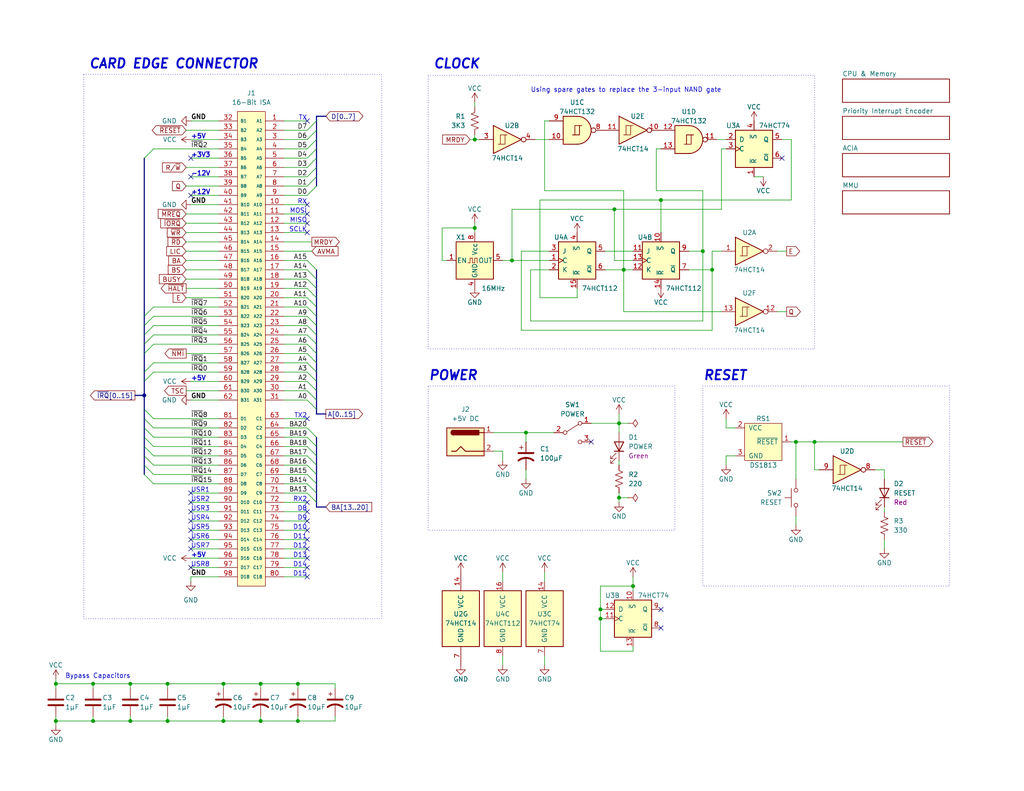
<source format=kicad_sch>
(kicad_sch (version 20231120) (generator "eeschema") (generator_version "8.0")
  (paper "USLetter")
  (title_block (title "Power, Reset, Clock, and ISA Connector") (date "2024-03-17") (rev "1.4") (company "Frédéric Segard") (comment 1 "MicroHobbyist's Retro Homebrew Computers") (comment 2 "microhobbyist.com"))
  (junction (at 35.56 186.69))
  (junction (at 71.12 186.69))
  (junction (at 217.17 120.65))
  (junction (at 170.18 73.66))
  (junction (at 35.56 196.85))
  (junction (at 167.64 57.15))
  (junction (at 81.28 186.69))
  (junction (at 168.91 115.57))
  (junction (at 194.31 73.66))
  (junction (at 39.37 107.95))
  (junction (at 25.4 196.85))
  (junction (at 15.24 196.85))
  (junction (at 168.91 135.89))
  (junction (at 191.77 68.58))
  (junction (at 222.25 120.65))
  (junction (at 81.28 196.85))
  (junction (at 172.72 160.02))
  (junction (at 129.54 62.23))
  (junction (at 143.51 118.11))
  (junction (at 139.7 71.12))
  (junction (at 60.96 186.69))
  (junction (at 180.34 54.61))
  (junction (at 15.24 186.69))
  (junction (at 163.83 168.91))
  (junction (at 45.72 196.85))
  (junction (at 60.96 196.85))
  (junction (at 45.72 186.69))
  (junction (at 71.12 196.85))
  (junction (at 163.83 166.37))
  (junction (at 25.4 186.69))
  (junction (at 129.54 38.1))
  (no_connect (at 83.82 63.5))
  (no_connect (at 83.82 142.24))
  (no_connect (at 52.07 142.24))
  (no_connect (at 52.07 147.32))
  (no_connect (at 52.07 139.7))
  (no_connect (at 52.07 43.18))
  (no_connect (at 52.07 134.62))
  (no_connect (at 83.82 137.16))
  (no_connect (at 83.82 58.42))
  (no_connect (at 83.82 60.96))
  (no_connect (at 83.82 114.3))
  (no_connect (at 83.82 149.86))
  (no_connect (at 52.07 53.34))
  (no_connect (at 180.34 171.45))
  (no_connect (at 52.07 137.16))
  (no_connect (at 83.82 157.48))
  (no_connect (at 83.82 154.94))
  (no_connect (at 52.07 154.94))
  (no_connect (at 83.82 139.7))
  (no_connect (at 52.07 149.86))
  (no_connect (at 83.82 33.02))
  (no_connect (at 83.82 55.88))
  (no_connect (at 83.82 144.78))
  (no_connect (at 161.29 120.65))
  (no_connect (at 52.07 144.78))
  (no_connect (at 180.34 166.37))
  (no_connect (at 83.82 152.4))
  (no_connect (at 52.07 48.26))
  (no_connect (at 213.36 43.18))
  (no_connect (at 83.82 147.32))
  (bus_entry (at 86.36 99.06) (size -2.54 -2.54))
  (bus_entry (at 41.91 119.38) (size -2.54 -2.54))
  (bus_entry (at 86.36 109.22) (size -2.54 -2.54))
  (bus_entry (at 86.36 81.28) (size -2.54 -2.54))
  (bus_entry (at 83.82 129.54) (size 2.54 2.54))
  (bus_entry (at 39.37 86.36) (size 2.54 -2.54))
  (bus_entry (at 39.37 91.44) (size 2.54 -2.54))
  (bus_entry (at 86.36 48.26) (size -2.54 2.54))
  (bus_entry (at 86.36 43.18) (size -2.54 2.54))
  (bus_entry (at 39.37 88.9) (size 2.54 -2.54))
  (bus_entry (at 86.36 86.36) (size -2.54 -2.54))
  (bus_entry (at 41.91 121.92) (size -2.54 -2.54))
  (bus_entry (at 86.36 33.02) (size -2.54 2.54))
  (bus_entry (at 86.36 40.64) (size -2.54 2.54))
  (bus_entry (at 86.36 35.56) (size -2.54 2.54))
  (bus_entry (at 83.82 124.46) (size 2.54 2.54))
  (bus_entry (at 83.82 116.84) (size 2.54 2.54))
  (bus_entry (at 86.36 83.82) (size -2.54 -2.54))
  (bus_entry (at 86.36 50.8) (size -2.54 2.54))
  (bus_entry (at 41.91 114.3) (size -2.54 -2.54))
  (bus_entry (at 39.37 104.14) (size 2.54 -2.54))
  (bus_entry (at 86.36 73.66) (size -2.54 -2.54))
  (bus_entry (at 41.91 116.84) (size -2.54 -2.54))
  (bus_entry (at 39.37 96.52) (size 2.54 -2.54))
  (bus_entry (at 83.82 132.08) (size 2.54 2.54))
  (bus_entry (at 86.36 91.44) (size -2.54 -2.54))
  (bus_entry (at 41.91 132.08) (size -2.54 -2.54))
  (bus_entry (at 86.36 78.74) (size -2.54 -2.54))
  (bus_entry (at 86.36 76.2) (size -2.54 -2.54))
  (bus_entry (at 86.36 104.14) (size -2.54 -2.54))
  (bus_entry (at 39.37 43.18) (size 2.54 -2.54))
  (bus_entry (at 86.36 45.72) (size -2.54 2.54))
  (bus_entry (at 86.36 88.9) (size -2.54 -2.54))
  (bus_entry (at 86.36 111.76) (size -2.54 -2.54))
  (bus_entry (at 83.82 127) (size 2.54 2.54))
  (bus_entry (at 86.36 101.6) (size -2.54 -2.54))
  (bus_entry (at 83.82 119.38) (size 2.54 2.54))
  (bus_entry (at 86.36 106.68) (size -2.54 -2.54))
  (bus_entry (at 83.82 134.62) (size 2.54 2.54))
  (bus_entry (at 86.36 96.52) (size -2.54 -2.54))
  (bus_entry (at 86.36 93.98) (size -2.54 -2.54))
  (bus_entry (at 83.82 121.92) (size 2.54 2.54))
  (bus_entry (at 41.91 129.54) (size -2.54 -2.54))
  (bus_entry (at 86.36 38.1) (size -2.54 2.54))
  (bus_entry (at 39.37 93.98) (size 2.54 -2.54))
  (bus_entry (at 41.91 124.46) (size -2.54 -2.54))
  (bus_entry (at 41.91 127) (size -2.54 -2.54))
  (bus_entry (at 39.37 101.6) (size 2.54 -2.54))
  (wire (pts (xy 81.28 195.58) (xy 81.28 196.85)))
  (wire (pts (xy 60.96 196.85) (xy 71.12 196.85)))
  (wire (pts (xy 77.47 43.18) (xy 83.82 43.18)))
  (wire (pts (xy 137.16 179.07) (xy 137.16 181.61)))
  (wire (pts (xy 41.91 132.08) (xy 59.69 132.08)))
  (wire (pts (xy 212.09 85.09) (xy 214.63 85.09)))
  (wire (pts (xy 41.91 99.06) (xy 59.69 99.06)))
  (wire (pts (xy 52.07 55.88) (xy 59.69 55.88)))
  (bus (pts (xy 36.83 107.95) (xy 39.37 107.95)))
  (wire (pts (xy 142.24 68.58) (xy 142.24 90.17)))
  (wire (pts (xy 161.29 115.57) (xy 168.91 115.57)))
  (bus (pts (xy 39.37 127) (xy 39.37 129.54)))
  (wire (pts (xy 168.91 125.73) (xy 168.91 127)))
  (wire (pts (xy 91.44 186.69) (xy 91.44 187.96)))
  (wire (pts (xy 52.07 157.48) (xy 59.69 157.48)))
  (wire (pts (xy 77.47 101.6) (xy 83.82 101.6)))
  (wire (pts (xy 196.85 40.64) (xy 198.12 40.64)))
  (wire (pts (xy 172.72 177.8) (xy 163.83 177.8)))
  (wire (pts (xy 77.47 38.1) (xy 83.82 38.1)))
  (bus (pts (xy 39.37 93.98) (xy 39.37 96.52)))
  (wire (pts (xy 50.8 50.8) (xy 59.69 50.8)))
  (wire (pts (xy 191.77 68.58) (xy 191.77 87.63)))
  (wire (pts (xy 187.96 68.58) (xy 191.77 68.58)))
  (wire (pts (xy 77.47 55.88) (xy 83.82 55.88)))
  (wire (pts (xy 25.4 186.69) (xy 35.56 186.69)))
  (wire (pts (xy 168.91 115.57) (xy 168.91 118.11)))
  (wire (pts (xy 170.18 73.66) (xy 170.18 52.07)))
  (wire (pts (xy 77.47 86.36) (xy 83.82 86.36)))
  (wire (pts (xy 179.07 40.64) (xy 180.34 40.64)))
  (wire (pts (xy 41.91 86.36) (xy 59.69 86.36)))
  (wire (pts (xy 41.91 124.46) (xy 59.69 124.46)))
  (wire (pts (xy 50.8 81.28) (xy 59.69 81.28)))
  (wire (pts (xy 129.54 60.96) (xy 129.54 62.23)))
  (wire (pts (xy 41.91 127) (xy 59.69 127)))
  (bus (pts (xy 86.36 78.74) (xy 86.36 81.28)))
  (wire (pts (xy 15.24 196.85) (xy 25.4 196.85)))
  (wire (pts (xy 52.07 134.62) (xy 59.69 134.62)))
  (wire (pts (xy 168.91 134.62) (xy 168.91 135.89)))
  (wire (pts (xy 77.47 53.34) (xy 83.82 53.34)))
  (wire (pts (xy 77.47 149.86) (xy 83.82 149.86)))
  (wire (pts (xy 241.3 147.32) (xy 241.3 149.86)))
  (bus (pts (xy 86.36 48.26) (xy 86.36 45.72)))
  (bus (pts (xy 86.36 119.38) (xy 86.36 121.92)))
  (wire (pts (xy 77.47 91.44) (xy 83.82 91.44)))
  (wire (pts (xy 194.31 73.66) (xy 187.96 73.66)))
  (wire (pts (xy 191.77 87.63) (xy 144.78 87.63)))
  (wire (pts (xy 212.09 68.58) (xy 214.63 68.58)))
  (wire (pts (xy 77.47 116.84) (xy 83.82 116.84)))
  (wire (pts (xy 137.16 156.21) (xy 137.16 158.75)))
  (wire (pts (xy 147.32 81.28) (xy 147.32 54.61)))
  (bus (pts (xy 86.36 109.22) (xy 86.36 111.76)))
  (wire (pts (xy 222.25 120.65) (xy 222.25 128.27)))
  (wire (pts (xy 50.8 73.66) (xy 59.69 73.66)))
  (wire (pts (xy 200.66 116.84) (xy 198.12 116.84)))
  (wire (pts (xy 172.72 71.12) (xy 167.64 71.12)))
  (wire (pts (xy 59.69 78.74) (xy 50.8 78.74)))
  (bus (pts (xy 86.36 43.18) (xy 86.36 40.64)))
  (wire (pts (xy 77.47 45.72) (xy 83.82 45.72)))
  (wire (pts (xy 157.48 78.74) (xy 157.48 81.28)))
  (wire (pts (xy 77.47 134.62) (xy 83.82 134.62)))
  (wire (pts (xy 215.9 38.1) (xy 213.36 38.1)))
  (wire (pts (xy 77.47 96.52) (xy 83.82 96.52)))
  (wire (pts (xy 83.82 81.28) (xy 77.47 81.28)))
  (wire (pts (xy 163.83 160.02) (xy 172.72 160.02)))
  (wire (pts (xy 148.59 156.21) (xy 148.59 158.75)))
  (wire (pts (xy 139.7 71.12) (xy 149.86 71.12)))
  (wire (pts (xy 77.47 137.16) (xy 83.82 137.16)))
  (wire (pts (xy 163.83 166.37) (xy 165.1 166.37)))
  (wire (pts (xy 77.47 60.96) (xy 83.82 60.96)))
  (wire (pts (xy 52.07 38.1) (xy 59.69 38.1)))
  (wire (pts (xy 81.28 186.69) (xy 81.28 187.96)))
  (wire (pts (xy 41.91 83.82) (xy 59.69 83.82)))
  (wire (pts (xy 148.59 179.07) (xy 148.59 181.61)))
  (bus (pts (xy 86.36 101.6) (xy 86.36 104.14)))
  (bus (pts (xy 39.37 88.9) (xy 39.37 91.44)))
  (wire (pts (xy 147.32 54.61) (xy 180.34 54.61)))
  (wire (pts (xy 238.76 128.27) (xy 241.3 128.27)))
  (bus (pts (xy 86.36 45.72) (xy 86.36 43.18)))
  (bus (pts (xy 86.36 113.03) (xy 88.9 113.03)))
  (wire (pts (xy 77.47 99.06) (xy 83.82 99.06)))
  (wire (pts (xy 77.47 124.46) (xy 83.82 124.46)))
  (wire (pts (xy 168.91 113.03) (xy 168.91 115.57)))
  (wire (pts (xy 134.62 123.19) (xy 137.16 123.19)))
  (wire (pts (xy 41.91 129.54) (xy 59.69 129.54)))
  (wire (pts (xy 52.07 139.7) (xy 59.69 139.7)))
  (wire (pts (xy 77.47 121.92) (xy 83.82 121.92)))
  (wire (pts (xy 35.56 186.69) (xy 35.56 187.96)))
  (wire (pts (xy 15.24 196.85) (xy 15.24 198.12)))
  (wire (pts (xy 217.17 120.65) (xy 217.17 130.81)))
  (bus (pts (xy 86.36 33.02) (xy 86.36 31.75)))
  (wire (pts (xy 77.47 88.9) (xy 83.82 88.9)))
  (wire (pts (xy 52.07 137.16) (xy 59.69 137.16)))
  (wire (pts (xy 77.47 106.68) (xy 83.82 106.68)))
  (wire (pts (xy 45.72 196.85) (xy 60.96 196.85)))
  (wire (pts (xy 52.07 48.26) (xy 59.69 48.26)))
  (bus (pts (xy 86.36 129.54) (xy 86.36 132.08)))
  (bus (pts (xy 86.36 83.82) (xy 86.36 86.36)))
  (wire (pts (xy 180.34 54.61) (xy 215.9 54.61)))
  (wire (pts (xy 77.47 73.66) (xy 83.82 73.66)))
  (wire (pts (xy 191.77 52.07) (xy 179.07 52.07)))
  (wire (pts (xy 129.54 38.1) (xy 130.81 38.1)))
  (wire (pts (xy 149.86 68.58) (xy 142.24 68.58)))
  (wire (pts (xy 83.82 76.2) (xy 77.47 76.2)))
  (bus (pts (xy 39.37 86.36) (xy 39.37 88.9)))
  (wire (pts (xy 143.51 118.11) (xy 151.13 118.11)))
  (wire (pts (xy 15.24 195.58) (xy 15.24 196.85)))
  (wire (pts (xy 129.54 36.83) (xy 129.54 38.1)))
  (bus (pts (xy 39.37 114.3) (xy 39.37 116.84)))
  (bus (pts (xy 86.36 50.8) (xy 86.36 48.26)))
  (wire (pts (xy 167.64 57.15) (xy 196.85 57.15)))
  (bus (pts (xy 39.37 116.84) (xy 39.37 119.38)))
  (wire (pts (xy 45.72 186.69) (xy 45.72 187.96)))
  (wire (pts (xy 50.8 71.12) (xy 59.69 71.12)))
  (wire (pts (xy 163.83 177.8) (xy 163.83 168.91)))
  (wire (pts (xy 198.12 116.84) (xy 198.12 114.3)))
  (wire (pts (xy 52.07 104.14) (xy 59.69 104.14)))
  (bus (pts (xy 39.37 104.14) (xy 39.37 107.95)))
  (wire (pts (xy 77.47 63.5) (xy 83.82 63.5)))
  (wire (pts (xy 148.59 33.02) (xy 148.59 52.07)))
  (wire (pts (xy 77.47 139.7) (xy 83.82 139.7)))
  (wire (pts (xy 81.28 196.85) (xy 91.44 196.85)))
  (wire (pts (xy 71.12 186.69) (xy 71.12 187.96)))
  (wire (pts (xy 52.07 147.32) (xy 59.69 147.32)))
  (wire (pts (xy 148.59 52.07) (xy 170.18 52.07)))
  (wire (pts (xy 52.07 154.94) (xy 59.69 154.94)))
  (wire (pts (xy 77.47 50.8) (xy 83.82 50.8)))
  (bus (pts (xy 88.9 31.75) (xy 86.36 31.75)))
  (wire (pts (xy 71.12 186.69) (xy 81.28 186.69)))
  (wire (pts (xy 52.07 152.4) (xy 59.69 152.4)))
  (wire (pts (xy 50.8 58.42) (xy 59.69 58.42)))
  (wire (pts (xy 128.27 38.1) (xy 129.54 38.1)))
  (wire (pts (xy 241.3 128.27) (xy 241.3 130.81)))
  (bus (pts (xy 39.37 111.76) (xy 39.37 114.3)))
  (wire (pts (xy 143.51 128.27) (xy 143.51 130.81)))
  (wire (pts (xy 172.72 160.02) (xy 172.72 157.48)))
  (wire (pts (xy 15.24 186.69) (xy 25.4 186.69)))
  (wire (pts (xy 77.47 58.42) (xy 83.82 58.42)))
  (bus (pts (xy 39.37 101.6) (xy 39.37 104.14)))
  (wire (pts (xy 25.4 195.58) (xy 25.4 196.85)))
  (wire (pts (xy 205.74 48.26) (xy 208.28 48.26)))
  (wire (pts (xy 60.96 187.96) (xy 60.96 186.69)))
  (wire (pts (xy 41.91 93.98) (xy 59.69 93.98)))
  (bus (pts (xy 86.36 88.9) (xy 86.36 91.44)))
  (bus (pts (xy 86.36 35.56) (xy 86.36 33.02)))
  (wire (pts (xy 77.47 157.48) (xy 83.82 157.48)))
  (wire (pts (xy 77.47 152.4) (xy 83.82 152.4)))
  (bus (pts (xy 39.37 121.92) (xy 39.37 124.46)))
  (wire (pts (xy 77.47 147.32) (xy 83.82 147.32)))
  (wire (pts (xy 168.91 135.89) (xy 168.91 137.16)))
  (bus (pts (xy 86.36 104.14) (xy 86.36 106.68)))
  (bus (pts (xy 86.36 106.68) (xy 86.36 109.22)))
  (wire (pts (xy 50.8 60.96) (xy 59.69 60.96)))
  (wire (pts (xy 35.56 196.85) (xy 45.72 196.85)))
  (wire (pts (xy 50.8 66.04) (xy 59.69 66.04)))
  (bus (pts (xy 39.37 91.44) (xy 39.37 93.98)))
  (wire (pts (xy 77.47 129.54) (xy 83.82 129.54)))
  (wire (pts (xy 77.47 127) (xy 83.82 127)))
  (bus (pts (xy 86.36 81.28) (xy 86.36 83.82)))
  (wire (pts (xy 25.4 186.69) (xy 25.4 187.96)))
  (wire (pts (xy 142.24 90.17) (xy 194.31 90.17)))
  (wire (pts (xy 41.91 91.44) (xy 59.69 91.44)))
  (wire (pts (xy 52.07 142.24) (xy 59.69 142.24)))
  (wire (pts (xy 50.8 68.58) (xy 59.69 68.58)))
  (wire (pts (xy 217.17 120.65) (xy 215.9 120.65)))
  (wire (pts (xy 139.7 57.15) (xy 167.64 57.15)))
  (wire (pts (xy 77.47 71.12) (xy 83.82 71.12)))
  (wire (pts (xy 25.4 196.85) (xy 35.56 196.85)))
  (wire (pts (xy 194.31 90.17) (xy 194.31 73.66)))
  (wire (pts (xy 91.44 195.58) (xy 91.44 196.85)))
  (wire (pts (xy 172.72 176.53) (xy 172.72 177.8)))
  (wire (pts (xy 52.07 53.34) (xy 59.69 53.34)))
  (wire (pts (xy 167.64 71.12) (xy 167.64 57.15)))
  (wire (pts (xy 35.56 195.58) (xy 35.56 196.85)))
  (bus (pts (xy 88.9 138.43) (xy 86.36 138.43)))
  (wire (pts (xy 41.91 119.38) (xy 59.69 119.38)))
  (wire (pts (xy 170.18 85.09) (xy 170.18 73.66)))
  (wire (pts (xy 77.47 114.3) (xy 83.82 114.3)))
  (bus (pts (xy 86.36 99.06) (xy 86.36 101.6)))
  (bus (pts (xy 86.36 40.64) (xy 86.36 38.1)))
  (wire (pts (xy 194.31 68.58) (xy 196.85 68.58)))
  (wire (pts (xy 165.1 68.58) (xy 172.72 68.58)))
  (wire (pts (xy 217.17 120.65) (xy 222.25 120.65)))
  (wire (pts (xy 77.47 109.22) (xy 83.82 109.22)))
  (wire (pts (xy 196.85 85.09) (xy 170.18 85.09)))
  (wire (pts (xy 52.07 43.18) (xy 59.69 43.18)))
  (bus (pts (xy 86.36 127) (xy 86.36 129.54)))
  (bus (pts (xy 86.36 134.62) (xy 86.36 137.16)))
  (wire (pts (xy 77.47 68.58) (xy 85.09 68.58)))
  (wire (pts (xy 77.47 35.56) (xy 83.82 35.56)))
  (wire (pts (xy 222.25 120.65) (xy 246.38 120.65)))
  (wire (pts (xy 157.48 81.28) (xy 147.32 81.28)))
  (wire (pts (xy 165.1 73.66) (xy 170.18 73.66)))
  (wire (pts (xy 129.54 62.23) (xy 129.54 63.5)))
  (wire (pts (xy 120.65 71.12) (xy 120.65 62.23)))
  (bus (pts (xy 86.36 73.66) (xy 86.36 76.2)))
  (wire (pts (xy 77.47 144.78) (xy 83.82 144.78)))
  (wire (pts (xy 77.47 93.98) (xy 83.82 93.98)))
  (wire (pts (xy 41.91 101.6) (xy 59.69 101.6)))
  (wire (pts (xy 81.28 186.69) (xy 91.44 186.69)))
  (wire (pts (xy 144.78 73.66) (xy 149.86 73.66)))
  (wire (pts (xy 223.52 128.27) (xy 222.25 128.27)))
  (bus (pts (xy 39.37 43.18) (xy 39.37 86.36)))
  (wire (pts (xy 217.17 140.97) (xy 217.17 143.51)))
  (wire (pts (xy 139.7 57.15) (xy 139.7 71.12)))
  (bus (pts (xy 86.36 96.52) (xy 86.36 99.06)))
  (wire (pts (xy 120.65 62.23) (xy 129.54 62.23)))
  (wire (pts (xy 35.56 186.69) (xy 45.72 186.69)))
  (wire (pts (xy 180.34 54.61) (xy 180.34 63.5)))
  (wire (pts (xy 60.96 186.69) (xy 71.12 186.69)))
  (wire (pts (xy 52.07 33.02) (xy 59.69 33.02)))
  (wire (pts (xy 83.82 78.74) (xy 77.47 78.74)))
  (bus (pts (xy 86.36 38.1) (xy 86.36 35.56)))
  (wire (pts (xy 50.8 106.68) (xy 59.69 106.68)))
  (wire (pts (xy 215.9 54.61) (xy 215.9 38.1)))
  (wire (pts (xy 50.8 35.56) (xy 59.69 35.56)))
  (wire (pts (xy 41.91 121.92) (xy 59.69 121.92)))
  (wire (pts (xy 60.96 195.58) (xy 60.96 196.85)))
  (wire (pts (xy 172.72 160.02) (xy 172.72 161.29)))
  (wire (pts (xy 41.91 114.3) (xy 59.69 114.3)))
  (wire (pts (xy 50.8 45.72) (xy 59.69 45.72)))
  (wire (pts (xy 45.72 186.69) (xy 60.96 186.69)))
  (wire (pts (xy 241.3 138.43) (xy 241.3 139.7)))
  (wire (pts (xy 121.92 71.12) (xy 120.65 71.12)))
  (bus (pts (xy 39.37 119.38) (xy 39.37 121.92)))
  (wire (pts (xy 168.91 115.57) (xy 171.45 115.57)))
  (wire (pts (xy 52.07 144.78) (xy 59.69 144.78)))
  (wire (pts (xy 41.91 116.84) (xy 59.69 116.84)))
  (wire (pts (xy 168.91 135.89) (xy 171.45 135.89)))
  (wire (pts (xy 129.54 27.94) (xy 129.54 29.21)))
  (wire (pts (xy 146.05 38.1) (xy 149.86 38.1)))
  (wire (pts (xy 77.47 104.14) (xy 83.82 104.14)))
  (wire (pts (xy 52.07 149.86) (xy 59.69 149.86)))
  (wire (pts (xy 77.47 40.64) (xy 83.82 40.64)))
  (wire (pts (xy 148.59 33.02) (xy 149.86 33.02)))
  (wire (pts (xy 50.8 63.5) (xy 59.69 63.5)))
  (wire (pts (xy 196.85 57.15) (xy 196.85 40.64)))
  (wire (pts (xy 71.12 195.58) (xy 71.12 196.85)))
  (wire (pts (xy 52.07 109.22) (xy 59.69 109.22)))
  (bus (pts (xy 39.37 96.52) (xy 39.37 101.6)))
  (wire (pts (xy 41.91 88.9) (xy 59.69 88.9)))
  (wire (pts (xy 200.66 124.46) (xy 198.12 124.46)))
  (wire (pts (xy 163.83 168.91) (xy 165.1 168.91)))
  (wire (pts (xy 50.8 96.52) (xy 59.69 96.52)))
  (bus (pts (xy 86.36 137.16) (xy 86.36 138.43)))
  (wire (pts (xy 144.78 87.63) (xy 144.78 73.66)))
  (wire (pts (xy 15.24 186.69) (xy 15.24 187.96)))
  (wire (pts (xy 195.58 38.1) (xy 198.12 38.1)))
  (bus (pts (xy 86.36 111.76) (xy 86.36 113.03)))
  (bus (pts (xy 86.36 124.46) (xy 86.36 127)))
  (wire (pts (xy 77.47 154.94) (xy 83.82 154.94)))
  (wire (pts (xy 163.83 166.37) (xy 163.83 160.02)))
  (wire (pts (xy 77.47 132.08) (xy 83.82 132.08)))
  (wire (pts (xy 198.12 124.46) (xy 198.12 127)))
  (wire (pts (xy 77.47 33.02) (xy 83.82 33.02)))
  (bus (pts (xy 86.36 76.2) (xy 86.36 78.74)))
  (wire (pts (xy 163.83 168.91) (xy 163.83 166.37)))
  (wire (pts (xy 50.8 76.2) (xy 59.69 76.2)))
  (bus (pts (xy 86.36 91.44) (xy 86.36 93.98)))
  (wire (pts (xy 41.91 40.64) (xy 59.69 40.64)))
  (wire (pts (xy 137.16 123.19) (xy 137.16 125.73)))
  (wire (pts (xy 77.47 119.38) (xy 83.82 119.38)))
  (wire (pts (xy 194.31 68.58) (xy 194.31 73.66)))
  (wire (pts (xy 77.47 66.04) (xy 85.09 66.04)))
  (bus (pts (xy 86.36 86.36) (xy 86.36 88.9)))
  (wire (pts (xy 45.72 195.58) (xy 45.72 196.85)))
  (wire (pts (xy 134.62 118.11) (xy 143.51 118.11)))
  (wire (pts (xy 15.24 185.42) (xy 15.24 186.69)))
  (wire (pts (xy 143.51 118.11) (xy 143.51 120.65)))
  (bus (pts (xy 39.37 124.46) (xy 39.37 127)))
  (wire (pts (xy 77.47 83.82) (xy 83.82 83.82)))
  (wire (pts (xy 77.47 142.24) (xy 83.82 142.24)))
  (bus (pts (xy 86.36 121.92) (xy 86.36 124.46)))
  (wire (pts (xy 77.47 48.26) (xy 83.82 48.26)))
  (wire (pts (xy 191.77 68.58) (xy 191.77 52.07)))
  (bus (pts (xy 39.37 107.95) (xy 39.37 111.76)))
  (wire (pts (xy 137.16 71.12) (xy 139.7 71.12)))
  (bus (pts (xy 86.36 132.08) (xy 86.36 134.62)))
  (wire (pts (xy 179.07 52.07) (xy 179.07 40.64)))
  (wire (pts (xy 170.18 73.66) (xy 172.72 73.66)))
  (wire (pts (xy 71.12 196.85) (xy 81.28 196.85)))
  (bus (pts (xy 86.36 93.98) (xy 86.36 96.52)))
  (wire (pts (xy 52.07 157.48) (xy 52.07 158.75)))
  (rectangle (start 22.86 20.32) (end 104.14 168.91) (stroke (width 0) (type dot)))
  (rectangle (start 116.84 105.41) (end 184.15 144.78) (stroke (width 0) (type dot)))
  (rectangle (start 116.84 20.574) (end 222.25 95.25) (stroke (width 0) (type dot)))
  (rectangle (start 191.77 105.41) (end 259.08 160.02) (stroke (width 0) (type dot)))
  (text "USR3" (at 52.07 139.7 0) (effects (font (size 1.27 1.27)) (justify left bottom)))
  (text "RESET" (at 191.77 104.14 0) (effects (font (size 2.54 2.54) (thickness 0.508) (bold yes) (italic yes)) (justify left bottom)))
  (text "USR2" (at 52.07 137.16 0) (effects (font (size 1.27 1.27)) (justify left bottom)))
  (text "USR5" (at 52.07 144.78 0) (effects (font (size 1.27 1.27)) (justify left bottom)))
  (text "USR6" (at 52.07 147.32 0) (effects (font (size 1.27 1.27)) (justify left bottom)))
  (text "Using spare gates to replace the 3-input NAND gate" (at 144.78 25.4 0) (effects (font (size 1.27 1.27)) (justify left bottom)))
  (text "D12" (at 83.82 149.86 0) (effects (font (size 1.27 1.27)) (justify right bottom)))
  (text "RX" (at 83.82 55.88 0) (effects (font (size 1.27 1.27)) (justify right bottom)))
  (text "D10" (at 83.82 144.78 0) (effects (font (size 1.27 1.27)) (justify right bottom)))
  (text "Bypass Capacitors" (at 17.78 185.42 0) (effects (font (size 1.27 1.27)) (justify left bottom)))
  (text "CLOCK" (at 118.11 19.05 0) (effects (font (size 2.54 2.54) (thickness 0.508) (bold yes) (italic yes)) (justify left bottom)))
  (text "CARD EDGE CONNECTOR" (at 24.13 19.05 0) (effects (font (size 2.54 2.54) (thickness 0.508) (bold yes) (italic yes)) (justify left bottom)))
  (text "USR1" (at 52.07 134.62 0) (effects (font (size 1.27 1.27)) (justify left bottom)))
  (text "MISO" (at 83.82 60.96 0) (effects (font (size 1.27 1.27)) (justify right bottom)))
  (text "D15" (at 83.82 157.48 0) (effects (font (size 1.27 1.27)) (justify right bottom)))
  (text "D13" (at 83.82 152.4 0) (effects (font (size 1.27 1.27)) (justify right bottom)))
  (text "MOSI" (at 83.82 58.42 0) (effects (font (size 1.27 1.27)) (justify right bottom)))
  (text "+12V" (at 52.07 53.34 0) (effects (font (size 1.27 1.27) (thickness 0.254) (bold yes)) (justify left bottom)))
  (text "SCLK" (at 83.82 63.5 0) (effects (font (size 1.27 1.27)) (justify right bottom)))
  (text "+5V" (at 52.07 152.4 0) (effects (font (size 1.27 1.27) (thickness 0.254) (bold yes)) (justify left bottom)))
  (text "+5V" (at 52.07 104.14 0) (effects (font (size 1.27 1.27) (thickness 0.254) (bold yes)) (justify left bottom)))
  (text "D14" (at 83.82 154.94 0) (effects (font (size 1.27 1.27)) (justify right bottom)))
  (text "D9" (at 83.82 142.24 0) (effects (font (size 1.27 1.27)) (justify right bottom)))
  (text "TX2" (at 83.82 114.3 0) (effects (font (size 1.27 1.27)) (justify right bottom)))
  (text "USR7" (at 52.07 149.86 0) (effects (font (size 1.27 1.27)) (justify left bottom)))
  (text "-12V" (at 52.07 48.26 0) (effects (font (size 1.27 1.27) (thickness 0.254) (bold yes)) (justify left bottom)))
  (text "D11" (at 83.82 147.32 0) (effects (font (size 1.27 1.27)) (justify right bottom)))
  (text "+3V3" (at 52.07 43.18 0) (effects (font (size 1.27 1.27) (thickness 0.254) (bold yes)) (justify left bottom)))
  (text "USR4" (at 52.07 142.24 0) (effects (font (size 1.27 1.27)) (justify left bottom)))
  (text "USR8" (at 52.07 154.94 0) (effects (font (size 1.27 1.27)) (justify left bottom)))
  (text "POWER" (at 116.84 104.14 0) (effects (font (size 2.54 2.54) (thickness 0.508) (bold yes) (italic yes)) (justify left bottom)))
  (text "+5V" (at 52.07 38.1 0) (effects (font (size 1.27 1.27) (thickness 0.254) (bold yes)) (justify left bottom)))
  (text "RX2" (at 83.82 137.16 0) (effects (font (size 1.27 1.27)) (justify right bottom)))
  (text "D8" (at 83.82 139.7 0) (effects (font (size 1.27 1.27)) (justify right bottom)))
  (text "TX" (at 83.82 33.02 0) (effects (font (size 1.27 1.27)) (justify right bottom)))
  (label "D1" (at 83.82 50.8 180))
  (label "GND" (at 52.07 33.02 0) (effects (font (thickness 0.254) (bold yes))))
  (label "A9" (at 83.82 86.36 180))
  (label "GND" (at 52.07 157.48 0) (effects (font (thickness 0.254) (bold yes))))
  (label "GND" (at 52.07 109.22 0) (effects (font (thickness 0.254) (bold yes))))
  (label "A2" (at 83.82 104.14 180))
  (label "D3" (at 83.82 45.72 180))
  (label "~{IRQ}15" (at 52.07 132.08 0))
  (label "BA15" (at 83.82 129.54 180))
  (label "~{IRQ}2" (at 52.07 40.64 0))
  (label "A15" (at 83.82 71.12 180))
  (label "D7" (at 83.82 35.56 180))
  (label "D2" (at 83.82 48.26 180))
  (label "D5" (at 83.82 40.64 180))
  (label "D0" (at 83.82 53.34 180))
  (label "~{IRQ}7" (at 52.07 83.82 0))
  (label "~{IRQ}0" (at 52.07 101.6 0))
  (label "BA17" (at 83.82 124.46 180))
  (label "GND" (at 52.07 55.88 0) (effects (font (thickness 0.254) (bold yes))))
  (label "A14" (at 83.82 73.66 180))
  (label "BA13" (at 83.82 134.62 180))
  (label "A10" (at 83.82 83.82 180))
  (label "~{IRQ}9" (at 52.07 116.84 0))
  (label "A6" (at 83.82 93.98 180))
  (label "BA19" (at 83.82 119.38 180))
  (label "~{IRQ}14" (at 52.07 129.54 0))
  (label "~{IRQ}1" (at 52.07 99.06 0))
  (label "BA14" (at 83.82 132.08 180))
  (label "A3" (at 83.82 101.6 180))
  (label "~{IRQ}3" (at 52.07 93.98 0))
  (label "BA18" (at 83.82 121.92 180))
  (label "~{IRQ}8" (at 52.07 114.3 0))
  (label "D6" (at 83.82 38.1 180))
  (label "~{IRQ}13" (at 52.07 127 0))
  (label "BA16" (at 83.82 127 180))
  (label "D4" (at 83.82 43.18 180))
  (label "A1" (at 83.82 106.68 180))
  (label "~{IRQ}4" (at 52.07 91.44 0))
  (label "A13" (at 83.82 76.2 180))
  (label "A12" (at 83.82 78.74 180))
  (label "A7" (at 83.82 91.44 180))
  (label "~{IRQ}11" (at 52.07 121.92 0))
  (label "A5" (at 83.82 96.52 180))
  (label "BA20" (at 83.82 116.84 180))
  (label "~{IRQ}6" (at 52.07 86.36 0))
  (label "~{IRQ}12" (at 52.07 124.46 0))
  (label "~{IRQ}5" (at 52.07 88.9 0))
  (label "~{IRQ}10" (at 52.07 119.38 0))
  (label "A11" (at 83.82 81.28 180))
  (label "A4" (at 83.82 99.06 180))
  (label "A8" (at 83.82 88.9 180))
  (label "A0" (at 83.82 109.22 180))
  (global_label "~{NMI}" (shape output) (at 50.8 96.52 180) (property "Intersheetrefs" "${INTERSHEET_REFS}" (effects (hide yes))))
  (global_label "TSC" (shape output) (at 50.8 106.68 180) (property "Intersheetrefs" "${INTERSHEET_REFS}" (effects (hide yes))))
  (global_label "BS" (shape input) (at 50.8 73.66 180) (property "Intersheetrefs" "${INTERSHEET_REFS}" (effects (hide yes))))
  (global_label "AVMA" (shape input) (at 85.09 68.58 0) (property "Intersheetrefs" "${INTERSHEET_REFS}" (effects (hide yes))))
  (global_label "R{slash}~{W}" (shape input) (at 50.8 45.72 180) (property "Intersheetrefs" "${INTERSHEET_REFS}" (effects (hide yes))))
  (global_label "~{MREQ}" (shape input) (at 50.8 58.42 180) (property "Intersheetrefs" "${INTERSHEET_REFS}" (effects (hide yes))))
  (global_label "MRDY" (shape input) (at 128.27 38.1 180) (property "Intersheetrefs" "${INTERSHEET_REFS}" (effects (hide yes))))
  (global_label "~{HALT}" (shape output) (at 50.8 78.74 180) (property "Intersheetrefs" "${INTERSHEET_REFS}" (effects (hide yes))))
  (global_label "MRDY" (shape output) (at 85.09 66.04 0) (property "Intersheetrefs" "${INTERSHEET_REFS}" (effects (hide yes))))
  (global_label "~{RESET}" (shape output) (at 246.38 120.65 0) (property "Intersheetrefs" "${INTERSHEET_REFS}" (effects (hide yes))))
  (global_label "~{RD}" (shape input) (at 50.8 66.04 180) (property "Intersheetrefs" "${INTERSHEET_REFS}" (effects (hide yes))))
  (global_label "LIC" (shape input) (at 50.8 68.58 180) (property "Intersheetrefs" "${INTERSHEET_REFS}" (effects (hide yes))))
  (global_label "E" (shape input) (at 50.8 81.28 180) (property "Intersheetrefs" "${INTERSHEET_REFS}" (effects (hide yes))))
  (global_label "~{RESET}" (shape bidirectional) (at 50.8 35.56 180) (property "Intersheetrefs" "${INTERSHEET_REFS}" (effects (hide yes))))
  (global_label "~{WR}" (shape input) (at 50.8 63.5 180) (property "Intersheetrefs" "${INTERSHEET_REFS}" (effects (hide yes))))
  (global_label "Q" (shape input) (at 50.8 50.8 180) (property "Intersheetrefs" "${INTERSHEET_REFS}" (effects (hide yes))))
  (global_label "BA" (shape input) (at 50.8 71.12 180) (property "Intersheetrefs" "${INTERSHEET_REFS}" (effects (hide yes))))
  (global_label "A[0..15]" (shape output) (at 88.9 113.03 0) (property "Intersheetrefs" "${INTERSHEET_REFS}" (effects (hide yes))))
  (global_label "E" (shape output) (at 214.63 68.58 0) (property "Intersheetrefs" "${INTERSHEET_REFS}" (effects (hide yes))))
  (global_label "~{IRQ}[0..15]" (shape output) (at 36.83 107.95 180) (property "Intersheetrefs" "${INTERSHEET_REFS}" (effects (hide yes))))
  (global_label "~{IORQ}" (shape input) (at 50.8 60.96 180) (property "Intersheetrefs" "${INTERSHEET_REFS}" (effects (hide yes))))
  (global_label "BUSY" (shape input) (at 50.8 76.2 180) (property "Intersheetrefs" "${INTERSHEET_REFS}" (effects (hide yes))))
  (global_label "BA[13..20]" (shape input) (at 88.9 138.43 0) (property "Intersheetrefs" "${INTERSHEET_REFS}" (effects (hide yes))))
  (global_label "Q" (shape output) (at 214.63 85.09 0) (property "Intersheetrefs" "${INTERSHEET_REFS}" (effects (hide yes))))
  (global_label "D[0..7]" (shape bidirectional) (at 88.9 31.75 0) (property "Intersheetrefs" "${INTERSHEET_REFS}" (effects (hide yes))))
  (symbol (lib_id "Device:R_US") (at 241.3 143.51 0) (unit 1)
    (property "Reference" "R3" (at 243.84 142.24 0) (effects (justify left)))
    (property "Value" "330" (at 243.84 144.78 0) (effects (justify left)))
    (property "Footprint" "Resistor_THT:R_Axial_DIN0204_L3.6mm_D1.6mm_P7.62mm_Horizontal" (effects (hide yes)))
  )
  (symbol (lib_id "Device:C") (at 15.24 191.77 0) (unit 1)
    (property "Reference" "C2" (at 17.78 190.5 0) (effects (justify left)))
    (property "Value" "1µF" (at 17.78 193.04 0) (effects (justify left)))
    (property "Footprint" "Capacitor_THT:C_Disc_D3.0mm_W1.6mm_P2.50mm" (effects (hide yes)))
  )
  (symbol (lib_id "power:GND") (at 137.16 181.61 0) (mirror y) (unit 1)
    (property "Reference" "#PWR028" (effects (hide yes)))
    (property "Value" "GND" (at 137.16 185.42 0))
  )
  (symbol (lib_id "74xx:74LS14") (at 231.14 128.27 0) (unit 4)
    (property "Reference" "U2" (at 231.14 123.19 0))
    (property "Value" "74HCT14" (at 231.14 133.35 0))
    (property "Footprint" "Package_DIP:DIP-14_W7.62mm_Socket" (effects (hide yes)))
    (property "Datasheet" "http://www.ti.com/lit/gpn/sn74LS14" (effects (hide yes)))
  )
  (symbol (lib_id "power:GND") (at 52.07 109.22 270) (unit 1)
    (property "Reference" "#PWR012" (effects (hide yes)))
    (property "Value" "GND" (at 48.26 109.22 90) (effects (justify right)))
  )
  (symbol (lib_id "74xx:74LS14") (at 125.73 168.91 0) (mirror y) (unit 7)
    (property "Reference" "U2" (at 125.73 167.64 0))
    (property "Value" "74HCT14" (at 125.73 170.18 0))
    (property "Footprint" "Package_DIP:DIP-14_W7.62mm_Socket" (effects (hide yes)))
    (property "Datasheet" "http://www.ti.com/lit/gpn/sn74LS14" (effects (hide yes)))
  )
  (symbol (lib_id "74xx:74HC74") (at 205.74 40.64 0) (unit 1)
    (property "Reference" "U3" (at 198.12 34.29 0) (effects (justify left)))
    (property "Value" "74HCT74" (at 207.01 34.29 0) (effects (justify left)))
    (property "Footprint" "Package_DIP:DIP-14_W7.62mm_Socket" (effects (hide yes)))
    (property "Datasheet" "74xx/74hc_hct74.pdf" (effects (hide yes)))
  )
  (symbol (lib_id "power:GND") (at 125.73 181.61 0) (mirror y) (unit 1)
    (property "Reference" "#PWR027" (effects (hide yes)))
    (property "Value" "GND" (at 125.73 185.42 0))
  )
  (symbol (lib_id "power:GND") (at 52.07 55.88 270) (unit 1)
    (property "Reference" "#PWR06" (effects (hide yes)))
    (property "Value" "GND" (at 48.26 55.88 90) (effects (justify right)))
  )
  (symbol (lib_id "power:VCC") (at 180.34 78.74 180) (unit 1)
    (property "Reference" "#PWR010" (effects (hide yes)))
    (property "Value" "VCC" (at 180.34 82.55 0))
  )
  (symbol (lib_id "power:GND") (at 168.91 137.16 0) (unit 1)
    (property "Reference" "#PWR018" (effects (hide yes)))
    (property "Value" "GND" (at 168.91 140.97 0))
  )
  (symbol (lib_id "74xx:74LS14") (at 204.47 85.09 0) (unit 6)
    (property "Reference" "U2" (at 204.47 80.01 0))
    (property "Value" "74HCT14" (at 204.47 90.17 0))
    (property "Footprint" "Package_DIP:DIP-14_W7.62mm_Socket" (effects (hide yes)))
    (property "Datasheet" "http://www.ti.com/lit/gpn/sn74LS14" (effects (hide yes)))
  )
  (symbol (lib_id "0_Library:ISA_CARD_CONNECTOR_16BIT") (at 68.58 30.48 0) (unit 1)
    (property "Reference" "J1" (at 68.58 25.4 0))
    (property "Value" "16-Bit ISA" (at 68.58 27.94 0))
    (property "Footprint" "0_Library:BUS_AT v2" (effects (hide yes)))
    (property "Datasheet" "https://www.te.com/commerce/DocumentDelivery/DDEController?Action=showdoc&DocId=Customer+Drawing%7F5530843%7FF8%7Fpdf%7FEnglish%7FENG_CD_5530843_F8.pdf%7F6-5530843-5" (effects (hide yes)))
    (property "Description" "Power to the Board 100 VRT 052DP" (effects (hide yes)))
    (property "Mouser Part Number" "571-5645169-3" (effects (hide yes)))
    (property "Mouser Price/Stock" "https://www.mouser.ca/ProductDetail/TE-Connectivity/5645169-3?qs=sGAEpiMZZMvlX3nhDDO4AJnl56K1ca25LEufbdKkbWo%3D" (effects (hide yes)))
    (property "Manufacturer_Name" "TE Connectivity" (effects (hide yes)))
    (property "Manufacturer_Part_Number" "6-5530843-5" (effects (hide yes)))
  )
  (symbol (lib_id "Device:C_Polarized_US") (at 143.51 124.46 0) (unit 1)
    (property "Reference" "C1" (at 147.32 122.555 0) (effects (justify left)))
    (property "Value" "100µF" (at 147.32 125.095 0) (effects (justify left)))
    (property "Footprint" "Capacitor_THT:CP_Radial_D6.3mm_P2.50mm" (effects (hide yes)))
  )
  (symbol (lib_id "74xx:74HC74") (at 148.59 168.91 0) (mirror y) (unit 3)
    (property "Reference" "U3" (at 148.59 167.64 0))
    (property "Value" "74HCT74" (at 148.59 170.18 0))
    (property "Footprint" "Package_DIP:DIP-14_W7.62mm_Socket" (effects (hide yes)))
    (property "Datasheet" "74xx/74hc_hct74.pdf" (effects (hide yes)))
  )
  (symbol (lib_id "74xx:74LS132") (at 157.48 35.56 0) (unit 3)
    (property "Reference" "U1" (at 157.48 27.94 0))
    (property "Value" "74HCT132" (at 157.48 30.48 0))
    (property "Footprint" "Package_DIP:DIP-14_W7.62mm_Socket" (effects (hide yes)))
    (property "Datasheet" "http://www.ti.com/lit/gpn/sn74LS132" (effects (hide yes)))
  )
  (symbol (lib_id "power:VCC") (at 125.73 156.21 0) (mirror y) (unit 1)
    (property "Reference" "#PWR023" (effects (hide yes)))
    (property "Value" "VCC" (at 125.73 152.4 0))
  )
  (symbol (lib_id "power:VCC") (at 168.91 113.03 0) (unit 1)
    (property "Reference" "#PWR013" (effects (hide yes)))
    (property "Value" "VCC" (at 168.91 109.22 0))
  )
  (symbol (lib_id "Switch:SW_Push") (at 217.17 135.89 90) (mirror x) (unit 1)
    (property "Reference" "SW2" (at 213.36 134.62 90) (effects (justify left)))
    (property "Value" "RESET" (at 213.36 137.16 90) (effects (justify left)))
    (property "Footprint" "Button_Switch_THT:SW_Tactile_SPST_Angled_PTS645Vx58-2LFS" (effects (hide yes)))
  )
  (symbol (lib_id "power:VCC") (at 52.07 152.4 90) (unit 1)
    (property "Reference" "#PWR020" (effects (hide yes)))
    (property "Value" "VCC" (at 48.26 152.4 90) (effects (justify left)))
  )
  (symbol (lib_id "74xx:74LS112") (at 137.16 168.91 0) (mirror y) (unit 3)
    (property "Reference" "U4" (at 137.16 167.64 0))
    (property "Value" "74HCT112" (at 137.16 170.18 0))
    (property "Footprint" "Package_DIP:DIP-16_W7.62mm_Socket" (effects (hide yes)))
    (property "Datasheet" "http://www.ti.com/lit/gpn/sn74LS112" (effects (hide yes)))
  )
  (symbol (lib_id "Device:LED") (at 168.91 121.92 270) (mirror x) (unit 1)
    (property "Reference" "D1" (at 171.45 119.38 90) (effects (justify left)))
    (property "Value" "POWER" (at 171.45 121.92 90) (effects (justify left)))
    (property "Footprint" "LED_THT:LED_D3.0mm_Horizontal_O1.27mm_Z2.0mm" (effects (hide yes)))
    (property "Color" "Green" (at 171.45 124.46 90) (effects (justify left)))
  )
  (symbol (lib_id "Connector:Barrel_Jack") (at 127 120.65 0) (unit 1)
    (property "Reference" "J2" (at 127 111.76 0))
    (property "Value" "+5V DC" (at 127 114.3 0))
    (property "Footprint" "0_Library:Barrel_Jack_5.5mmODx2.1mmID_PJ-202A" (effects (hide yes)))
  )
  (symbol (lib_id "Device:C_Polarized_US") (at 71.12 191.77 0) (unit 1)
    (property "Reference" "C7" (at 73.66 190.5 0) (effects (justify left)))
    (property "Value" "10µF" (at 73.66 193.04 0) (effects (justify left)))
    (property "Footprint" "Capacitor_THT:CP_Radial_D5.0mm_P2.50mm" (effects (hide yes)))
  )
  (symbol (lib_id "power:VCC") (at 157.48 63.5 0) (unit 1)
    (property "Reference" "#PWR08" (effects (hide yes)))
    (property "Value" "VCC" (at 157.48 59.69 0))
  )
  (symbol (lib_id "Device:C_Polarized_US") (at 81.28 191.77 0) (unit 1)
    (property "Reference" "C8" (at 83.82 190.5 0) (effects (justify left)))
    (property "Value" "10µF" (at 83.82 193.04 0) (effects (justify left)))
    (property "Footprint" "Capacitor_THT:CP_Radial_D5.0mm_P2.50mm" (effects (hide yes)))
  )
  (symbol (lib_id "74xx:74LS14") (at 172.72 35.56 0) (unit 5)
    (property "Reference" "U2" (at 173.99 31.75 0))
    (property "Value" "74HCT14" (at 172.72 40.64 0))
    (property "Footprint" "Package_DIP:DIP-14_W7.62mm_Socket" (effects (hide yes)))
    (property "Datasheet" "http://www.ti.com/lit/gpn/sn74LS14" (effects (hide yes)))
  )
  (symbol (lib_id "Oscillator:CXO_DIP8") (at 129.54 71.12 0) (unit 1)
    (property "Reference" "X1" (at 125.73 64.77 0))
    (property "Value" "16MHz" (at 134.62 78.74 0))
    (property "Footprint" "Oscillator:Oscillator_DIP-8" (effects (hide yes)))
    (property "Datasheet" "http://cdn-reichelt.de/documents/datenblatt/B400/OSZI.pdf" (effects (hide yes)))
  )
  (symbol (lib_id "74xx:74LS112") (at 180.34 71.12 0) (unit 2)
    (property "Reference" "U4" (at 173.99 64.77 0) (effects (justify left)))
    (property "Value" "74HCT112" (at 181.61 78.74 0) (effects (justify left)))
    (property "Footprint" "Package_DIP:DIP-16_W7.62mm_Socket" (effects (hide yes)))
    (property "Datasheet" "http://www.ti.com/lit/gpn/sn74LS112" (effects (hide yes)))
  )
  (symbol (lib_id "power:VCC") (at 198.12 114.3 0) (unit 1)
    (property "Reference" "#PWR014" (effects (hide yes)))
    (property "Value" "VCC" (at 198.12 110.49 0))
  )
  (symbol (lib_id "power:GND") (at 241.3 149.86 0) (unit 1)
    (property "Reference" "#PWR021" (effects (hide yes)))
    (property "Value" "GND" (at 241.3 153.67 0))
  )
  (symbol (lib_id "Device:C_Polarized_US") (at 91.44 191.77 0) (unit 1)
    (property "Reference" "C9" (at 93.98 190.5 0) (effects (justify left)))
    (property "Value" "10µF" (at 93.98 193.04 0) (effects (justify left)))
    (property "Footprint" "Capacitor_THT:CP_Radial_D5.0mm_P2.50mm" (effects (hide yes)))
  )
  (symbol (lib_id "power:GND") (at 198.12 127 0) (unit 1)
    (property "Reference" "#PWR016" (effects (hide yes)))
    (property "Value" "GND" (at 198.12 130.81 0))
  )
  (symbol (lib_id "power:VCC") (at 15.24 185.42 0) (unit 1)
    (property "Reference" "#PWR030" (effects (hide yes)))
    (property "Value" "VCC" (at 15.24 181.61 0))
  )
  (symbol (lib_id "power:VCC") (at 205.74 33.02 0) (unit 1)
    (property "Reference" "#PWR03" (effects (hide yes)))
    (property "Value" "VCC" (at 205.74 29.21 0))
  )
  (symbol (lib_id "74xx:74LS14") (at 204.47 68.58 0) (unit 1)
    (property "Reference" "U2" (at 204.47 63.5 0))
    (property "Value" "74HCT14" (at 204.47 73.66 0))
    (property "Footprint" "Package_DIP:DIP-14_W7.62mm_Socket" (effects (hide yes)))
    (property "Datasheet" "http://www.ti.com/lit/gpn/sn74LS14" (effects (hide yes)))
  )
  (symbol (lib_id "Device:C") (at 45.72 191.77 0) (unit 1)
    (property "Reference" "C5" (at 48.26 190.5 0) (effects (justify left)))
    (property "Value" "1µF" (at 48.26 193.04 0) (effects (justify left)))
    (property "Footprint" "Capacitor_THT:C_Disc_D3.0mm_W1.6mm_P2.50mm" (effects (hide yes)))
  )
  (symbol (lib_id "power:GND") (at 143.51 130.81 0) (unit 1)
    (property "Reference" "#PWR017" (effects (hide yes)))
    (property "Value" "GND" (at 143.51 134.62 0))
  )
  (symbol (lib_id "power:VCC") (at 172.72 157.48 0) (unit 1)
    (property "Reference" "#PWR026" (effects (hide yes)))
    (property "Value" "VCC" (at 172.72 153.67 0))
  )
  (symbol (lib_id "power:GND") (at 52.07 158.75 0) (unit 1)
    (property "Reference" "#PWR022" (effects (hide yes)))
    (property "Value" "GND" (at 52.07 163.83 0))
  )
  (symbol (lib_id "power:VCC") (at 148.59 156.21 0) (mirror y) (unit 1)
    (property "Reference" "#PWR025" (effects (hide yes)))
    (property "Value" "VCC" (at 148.59 152.4 0))
  )
  (symbol (lib_id "power:PWR_FLAG") (at 171.45 135.89 270) (unit 1)
    (property "Reference" "#FLG02" (effects (hide yes)))
    (property "Value" "PWR_FLAG" (effects (hide yes)))
  )
  (symbol (lib_id "Switch:SW_SPDT") (at 156.21 118.11 0) (unit 1)
    (property "Reference" "SW1" (at 156.21 110.49 0))
    (property "Value" "POWER" (at 156.21 113.03 0))
    (property "Footprint" "0_Library:Microswitch_4.7mm_spacing" (effects (hide yes)))
  )
  (symbol (lib_id "power:VCC") (at 208.28 48.26 0) (mirror x) (unit 1)
    (property "Reference" "#PWR05" (effects (hide yes)))
    (property "Value" "VCC" (at 208.28 52.07 0))
  )
  (symbol (lib_id "Device:LED") (at 241.3 134.62 270) (mirror x) (unit 1)
    (property "Reference" "D2" (at 243.84 132.08 90) (effects (justify left)))
    (property "Value" "RESET" (at 243.84 134.62 90) (effects (justify left)))
    (property "Footprint" "LED_THT:LED_D3.0mm_Horizontal_O1.27mm_Z2.0mm" (effects (hide yes)))
    (property "Color" "Red" (at 243.84 137.16 90) (effects (justify left)))
  )
  (symbol (lib_id "power:GND") (at 148.59 181.61 0) (mirror y) (unit 1)
    (property "Reference" "#PWR029" (effects (hide yes)))
    (property "Value" "GND" (at 148.59 185.42 0))
  )
  (symbol (lib_id "Device:R_US") (at 129.54 33.02 0) (mirror y) (unit 1)
    (property "Reference" "R1" (at 127 31.75 0) (effects (justify left)))
    (property "Value" "3K3" (at 127 34.29 0) (effects (justify left)))
    (property "Footprint" "Resistor_THT:R_Axial_DIN0204_L3.6mm_D1.6mm_P7.62mm_Horizontal" (effects (hide yes)))
  )
  (symbol (lib_id "Device:C") (at 25.4 191.77 0) (unit 1)
    (property "Reference" "C3" (at 27.94 190.5 0) (effects (justify left)))
    (property "Value" "1µF" (at 27.94 193.04 0) (effects (justify left)))
    (property "Footprint" "Capacitor_THT:C_Disc_D3.0mm_W1.6mm_P2.50mm" (effects (hide yes)))
  )
  (symbol (lib_id "Device:C") (at 35.56 191.77 0) (unit 1)
    (property "Reference" "C4" (at 38.1 190.5 0) (effects (justify left)))
    (property "Value" "1µF" (at 38.1 193.04 0) (effects (justify left)))
    (property "Footprint" "Capacitor_THT:C_Disc_D3.0mm_W1.6mm_P2.50mm" (effects (hide yes)))
  )
  (symbol (lib_id "74xx:74HC74") (at 172.72 168.91 0) (unit 2)
    (property "Reference" "U3" (at 165.1 162.56 0) (effects (justify left)))
    (property "Value" "74HCT74" (at 173.99 162.56 0) (effects (justify left)))
    (property "Footprint" "Package_DIP:DIP-14_W7.62mm_Socket" (effects (hide yes)))
    (property "Datasheet" "74xx/74hc_hct74.pdf" (effects (hide yes)))
  )
  (symbol (lib_id "power:GND") (at 129.54 78.74 0) (unit 1)
    (property "Reference" "#PWR09" (effects (hide yes)))
    (property "Value" "GND" (at 129.54 82.55 0))
  )
  (symbol (lib_id "power:VCC") (at 52.07 104.14 90) (unit 1)
    (property "Reference" "#PWR011" (effects (hide yes)))
    (property "Value" "VCC" (at 48.26 104.14 90) (effects (justify left)))
  )
  (symbol (lib_id "Device:C_Polarized_US") (at 60.96 191.77 0) (unit 1)
    (property "Reference" "C6" (at 63.5 190.5 0) (effects (justify left)))
    (property "Value" "10µF" (at 63.5 193.04 0) (effects (justify left)))
    (property "Footprint" "Capacitor_THT:CP_Radial_D5.0mm_P2.50mm" (effects (hide yes)))
  )
  (symbol (lib_id "power:VCC") (at 129.54 27.94 0) (unit 1)
    (property "Reference" "#PWR01" (effects (hide yes)))
    (property "Value" "VCC" (at 129.54 24.13 0))
  )
  (symbol (lib_id "power:GND") (at 52.07 33.02 270) (unit 1)
    (property "Reference" "#PWR02" (effects (hide yes)))
    (property "Value" "GND" (at 48.26 33.02 90) (effects (justify right)))
  )
  (symbol (lib_id "power:VCC") (at 137.16 156.21 0) (mirror y) (unit 1)
    (property "Reference" "#PWR024" (effects (hide yes)))
    (property "Value" "VCC" (at 137.16 152.4 0))
  )
  (symbol (lib_id "74xx:74LS132") (at 187.96 38.1 0) (unit 4)
    (property "Reference" "U1" (at 187.96 30.48 0))
    (property "Value" "74HCT132" (at 187.96 33.02 0))
    (property "Footprint" "Package_DIP:DIP-14_W7.62mm_Socket" (effects (hide yes)))
    (property "Datasheet" "http://www.ti.com/lit/gpn/sn74LS132" (effects (hide yes)))
  )
  (symbol (lib_id "74xx:74LS14") (at 138.43 38.1 0) (unit 2)
    (property "Reference" "U2" (at 139.7 34.29 0))
    (property "Value" "74HCT14" (at 138.43 43.18 0))
    (property "Footprint" "Package_DIP:DIP-14_W7.62mm_Socket" (effects (hide yes)))
    (property "Datasheet" "http://www.ti.com/lit/gpn/sn74LS14" (effects (hide yes)))
  )
  (symbol (lib_id "power:VCC") (at 52.07 38.1 90) (unit 1)
    (property "Reference" "#PWR04" (effects (hide yes)))
    (property "Value" "VCC" (at 48.26 38.1 90) (effects (justify left)))
  )
  (symbol (lib_id "power:VCC") (at 129.54 60.96 0) (unit 1)
    (property "Reference" "#PWR07" (effects (hide yes)))
    (property "Value" "VCC" (at 129.54 57.15 0))
  )
  (symbol (lib_id "power:GND") (at 137.16 125.73 0) (unit 1)
    (property "Reference" "#PWR015" (effects (hide yes)))
    (property "Value" "GND" (at 137.16 129.54 0))
  )
  (symbol (lib_id "74xx:74LS112") (at 157.48 71.12 0) (unit 1)
    (property "Reference" "U4" (at 151.13 64.77 0) (effects (justify left)))
    (property "Value" "74HCT112" (at 158.75 78.74 0) (effects (justify left)))
    (property "Footprint" "Package_DIP:DIP-16_W7.62mm_Socket" (effects (hide yes)))
    (property "Datasheet" "http://www.ti.com/lit/gpn/sn74LS112" (effects (hide yes)))
  )
  (symbol (lib_id "power:PWR_FLAG") (at 171.45 115.57 270) (unit 1)
    (property "Reference" "#FLG01" (effects (hide yes)))
    (property "Value" "PWR_FLAG" (effects (hide yes)))
  )
  (symbol (lib_id "power:GND") (at 217.17 143.51 0) (unit 1)
    (property "Reference" "#PWR019" (effects (hide yes)))
    (property "Value" "GND" (at 217.17 147.32 0))
  )
  (symbol (lib_id "Device:R_US") (at 168.91 130.81 0) (unit 1)
    (property "Reference" "R2" (at 171.45 129.54 0) (effects (justify left)))
    (property "Value" "220" (at 171.45 132.08 0) (effects (justify left)))
    (property "Footprint" "Resistor_THT:R_Axial_DIN0204_L3.6mm_D1.6mm_P7.62mm_Horizontal" (effects (hide yes)))
  )
  (symbol (lib_id "power:GND") (at 15.24 198.12 0) (unit 1)
    (property "Reference" "#PWR031" (effects (hide yes)))
    (property "Value" "GND" (at 15.24 201.93 0))
  )
  (symbol (lib_id "0_Library:DS1813") (at 208.28 114.3 0) (unit 1)
    (property "Reference" "RS1" (at 208.28 114.3 0))
    (property "Value" "DS1813" (at 208.28 127 0))
    (property "Footprint" "Package_TO_SOT_THT:TO-92L_Inline_Wide" (effects (hide yes)))
  )
  (sheet (at 229.87 31.75) (size 29.21 6.35) (stroke (width 0.1524))
    (property "Sheetname" "Priority Interrupt Encoder" (at 229.87 31.0384 0) (effects (justify left bottom)))
    (property "Sheetfile" "Interrupt.kicad_sch" (effects (hide yes)))
  )
  (sheet (at 229.87 21.59) (size 29.21 6.35) (stroke (width 0.1524))
    (property "Sheetname" "CPU & Memory" (at 229.87 20.8784 0) (effects (justify left bottom)))
    (property "Sheetfile" "CPU & Memory.kicad_sch" (effects (hide yes)))
  )
  (sheet (at 229.87 52.07) (size 29.21 6.35) (stroke (width 0.1524))
    (property "Sheetname" "MMU" (at 229.87 51.3584 0) (effects (justify left bottom)))
    (property "Sheetfile" "MMU.kicad_sch" (effects (hide yes)))
  )
  (sheet (at 229.87 41.91) (size 29.21 6.35) (stroke (width 0.1524))
    (property "Sheetname" "ACIA" (at 229.87 41.1984 0) (effects (justify left bottom)))
    (property "Sheetfile" "Acia.kicad_sch" (effects (hide yes)))
  )
)
</source>
